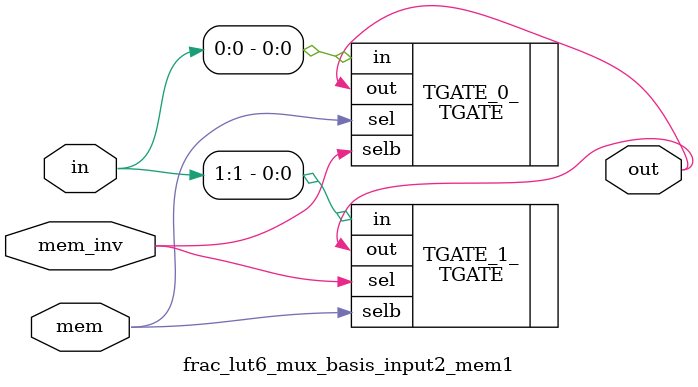
<source format=v>
`default_nettype none

module mux_2level_tapbuf_basis_input3_mem3(in,
                                           mem,
                                           mem_inv,
                                           out);
//----- INPUT PORTS -----
input [0:2] in;
//----- INPUT PORTS -----
input [0:2] mem;
//----- INPUT PORTS -----
input [0:2] mem_inv;
//----- OUTPUT PORTS -----
output [0:0] out;

//----- BEGIN wire-connection ports -----
//----- END wire-connection ports -----


//----- BEGIN Registered ports -----
//----- END Registered ports -----



// ----- BEGIN Local short connections -----
// ----- END Local short connections -----
// ----- BEGIN Local output short connections -----
// ----- END Local output short connections -----

	TGATE TGATE_0_ (
		.in(in[0]),
		.sel(mem[0]),
		.selb(mem_inv[0]),
		.out(out));

	TGATE TGATE_1_ (
		.in(in[1]),
		.sel(mem[1]),
		.selb(mem_inv[1]),
		.out(out));

	TGATE TGATE_2_ (
		.in(in[2]),
		.sel(mem[2]),
		.selb(mem_inv[2]),
		.out(out));

endmodule
// ----- END Verilog module for mux_2level_tapbuf_basis_input3_mem3 -----

//----- Default net type -----
`default_nettype wire




//----- Default net type -----
`default_nettype none

// ----- Verilog module for mux_2level_tapbuf_basis_input2_mem1 -----
module mux_2level_tapbuf_basis_input2_mem1(in,
                                           mem,
                                           mem_inv,
                                           out);
//----- INPUT PORTS -----
input [0:1] in;
//----- INPUT PORTS -----
input [0:0] mem;
//----- INPUT PORTS -----
input [0:0] mem_inv;
//----- OUTPUT PORTS -----
output [0:0] out;

//----- BEGIN wire-connection ports -----
//----- END wire-connection ports -----


//----- BEGIN Registered ports -----
//----- END Registered ports -----



// ----- BEGIN Local short connections -----
// ----- END Local short connections -----
// ----- BEGIN Local output short connections -----
// ----- END Local output short connections -----

	TGATE TGATE_0_ (
		.in(in[0]),
		.sel(mem),
		.selb(mem_inv),
		.out(out));

	TGATE TGATE_1_ (
		.in(in[1]),
		.sel(mem_inv),
		.selb(mem),
		.out(out));

endmodule
// ----- END Verilog module for mux_2level_tapbuf_basis_input2_mem1 -----

//----- Default net type -----
`default_nettype wire




//----- Default net type -----
`default_nettype none

// ----- Verilog module for mux_2level_basis_input8_mem8 -----
module mux_2level_basis_input8_mem8(in,
                                    mem,
                                    mem_inv,
                                    out);
//----- INPUT PORTS -----
input [0:7] in;
//----- INPUT PORTS -----
input [0:7] mem;
//----- INPUT PORTS -----
input [0:7] mem_inv;
//----- OUTPUT PORTS -----
output [0:0] out;

//----- BEGIN wire-connection ports -----
//----- END wire-connection ports -----


//----- BEGIN Registered ports -----
//----- END Registered ports -----



// ----- BEGIN Local short connections -----
// ----- END Local short connections -----
// ----- BEGIN Local output short connections -----
// ----- END Local output short connections -----

	TGATE TGATE_0_ (
		.in(in[0]),
		.sel(mem[0]),
		.selb(mem_inv[0]),
		.out(out));

	TGATE TGATE_1_ (
		.in(in[1]),
		.sel(mem[1]),
		.selb(mem_inv[1]),
		.out(out));

	TGATE TGATE_2_ (
		.in(in[2]),
		.sel(mem[2]),
		.selb(mem_inv[2]),
		.out(out));

	TGATE TGATE_3_ (
		.in(in[3]),
		.sel(mem[3]),
		.selb(mem_inv[3]),
		.out(out));

	TGATE TGATE_4_ (
		.in(in[4]),
		.sel(mem[4]),
		.selb(mem_inv[4]),
		.out(out));

	TGATE TGATE_5_ (
		.in(in[5]),
		.sel(mem[5]),
		.selb(mem_inv[5]),
		.out(out));

	TGATE TGATE_6_ (
		.in(in[6]),
		.sel(mem[6]),
		.selb(mem_inv[6]),
		.out(out));

	TGATE TGATE_7_ (
		.in(in[7]),
		.sel(mem[7]),
		.selb(mem_inv[7]),
		.out(out));

endmodule
// ----- END Verilog module for mux_2level_basis_input8_mem8 -----

//----- Default net type -----
`default_nettype wire




//----- Default net type -----
`default_nettype none

// ----- Verilog module for mux_2level_basis_input5_mem5 -----
module mux_2level_basis_input5_mem5(in,
                                    mem,
                                    mem_inv,
                                    out);
//----- INPUT PORTS -----
input [0:4] in;
//----- INPUT PORTS -----
input [0:4] mem;
//----- INPUT PORTS -----
input [0:4] mem_inv;
//----- OUTPUT PORTS -----
output [0:0] out;

//----- BEGIN wire-connection ports -----
//----- END wire-connection ports -----


//----- BEGIN Registered ports -----
//----- END Registered ports -----



// ----- BEGIN Local short connections -----
// ----- END Local short connections -----
// ----- BEGIN Local output short connections -----
// ----- END Local output short connections -----

	TGATE TGATE_0_ (
		.in(in[0]),
		.sel(mem[0]),
		.selb(mem_inv[0]),
		.out(out));

	TGATE TGATE_1_ (
		.in(in[1]),
		.sel(mem[1]),
		.selb(mem_inv[1]),
		.out(out));

	TGATE TGATE_2_ (
		.in(in[2]),
		.sel(mem[2]),
		.selb(mem_inv[2]),
		.out(out));

	TGATE TGATE_3_ (
		.in(in[3]),
		.sel(mem[3]),
		.selb(mem_inv[3]),
		.out(out));

	TGATE TGATE_4_ (
		.in(in[4]),
		.sel(mem[4]),
		.selb(mem_inv[4]),
		.out(out));

endmodule
// ----- END Verilog module for mux_2level_basis_input5_mem5 -----

//----- Default net type -----
`default_nettype wire




//----- Default net type -----
`default_nettype none

// ----- Verilog module for mux_1level_tapbuf_basis_input3_mem3 -----
module mux_1level_tapbuf_basis_input3_mem3(in,
                                           mem,
                                           mem_inv,
                                           out);
//----- INPUT PORTS -----
input [0:2] in;
//----- INPUT PORTS -----
input [0:2] mem;
//----- INPUT PORTS -----
input [0:2] mem_inv;
//----- OUTPUT PORTS -----
output [0:0] out;

//----- BEGIN wire-connection ports -----
//----- END wire-connection ports -----


//----- BEGIN Registered ports -----
//----- END Registered ports -----



// ----- BEGIN Local short connections -----
// ----- END Local short connections -----
// ----- BEGIN Local output short connections -----
// ----- END Local output short connections -----

	TGATE TGATE_0_ (
		.in(in[0]),
		.sel(mem[0]),
		.selb(mem_inv[0]),
		.out(out));

	TGATE TGATE_1_ (
		.in(in[1]),
		.sel(mem[1]),
		.selb(mem_inv[1]),
		.out(out));

	TGATE TGATE_2_ (
		.in(in[2]),
		.sel(mem[2]),
		.selb(mem_inv[2]),
		.out(out));

endmodule
// ----- END Verilog module for mux_1level_tapbuf_basis_input3_mem3 -----

//----- Default net type -----
`default_nettype wire




//----- Default net type -----
`default_nettype none

// ----- Verilog module for frac_lut6_mux_basis_input2_mem1 -----
module frac_lut6_mux_basis_input2_mem1(in,
                                       mem,
                                       mem_inv,
                                       out);
//----- INPUT PORTS -----
input [0:1] in;
//----- INPUT PORTS -----
input [0:0] mem;
//----- INPUT PORTS -----
input [0:0] mem_inv;
//----- OUTPUT PORTS -----
output [0:0] out;

//----- BEGIN wire-connection ports -----
//----- END wire-connection ports -----


//----- BEGIN Registered ports -----
//----- END Registered ports -----



// ----- BEGIN Local short connections -----
// ----- END Local short connections -----
// ----- BEGIN Local output short connections -----
// ----- END Local output short connections -----

	TGATE TGATE_0_ (
		.in(in[0]),
		.sel(mem),
		.selb(mem_inv),
		.out(out));

	TGATE TGATE_1_ (
		.in(in[1]),
		.sel(mem_inv),
		.selb(mem),
		.out(out));

endmodule
// ----- END Verilog module for frac_lut6_mux_basis_input2_mem1 -----

//----- Default net type -----
`default_nettype wire





</source>
